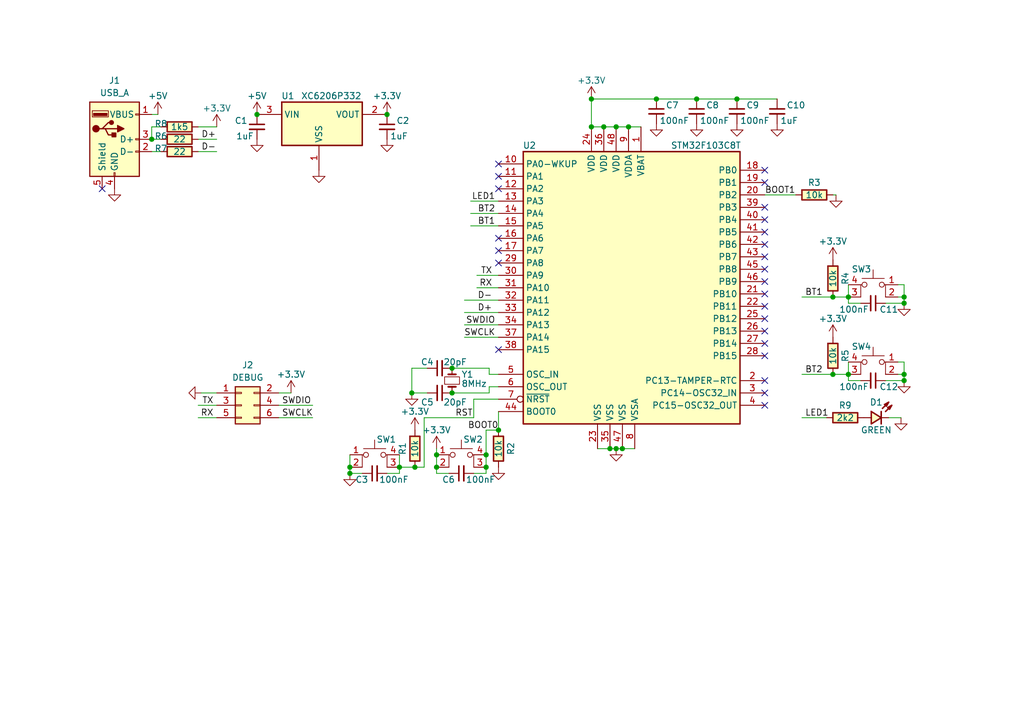
<source format=kicad_sch>
(kicad_sch (version 20230121) (generator eeschema)
  (paper "A5")
  (title_block (title "passkey") (date "$date$") (rev "$version$.$revision$") (company "CuVoodoo") (comment 1 "King Kévin") (comment 2 "CERN-OHL-S") (comment 3 "credential typer"))
  (lib_symbols
    (symbol "Connector:USB_A" (pin_names (offset 1.016))
      (property "Reference" "J" (at -5.08 11.43 0))
      (property "Value" "USB_A" (at -5.08 8.89 0))
      (symbol "USB_A_0_1"
        (rectangle (start -5.08 -7.62) (end 5.08 7.62) (stroke (width 0.254)) (fill (type background)))
        (circle (center -3.81 2.159) (radius 0.635) (stroke (width 0.254)) (fill (type outline)))
        (rectangle (start -1.524 4.826) (end -4.318 5.334) (fill (type outline)))
        (rectangle (start -1.27 4.572) (end -4.572 5.842))
        (circle (center -0.635 3.429) (radius 0.381) (stroke (width 0.254)) (fill (type outline)))
        (rectangle (start -0.127 -7.62) (end 0.127 -6.858))
        (polyline (pts (xy -3.175 2.159) (xy -2.54 2.159) (xy -1.27 3.429) (xy -0.635 3.429)) (stroke (width 0.254)))
        (polyline (pts (xy -2.54 2.159) (xy -1.905 2.159) (xy -1.27 0.889) (xy 0 0.889)) (stroke (width 0.254)))
        (polyline (pts (xy 0.635 2.794) (xy 0.635 1.524) (xy 1.905 2.159) (xy 0.635 2.794)) (stroke (width 0.254)) (fill (type outline)))
        (rectangle (start 0.254 1.27) (end -0.508 0.508) (stroke (width 0.254)) (fill (type outline)))
        (rectangle (start 5.08 -2.667) (end 4.318 -2.413))
        (rectangle (start 5.08 -0.127) (end 4.318 0.127))
        (rectangle (start 5.08 4.953) (end 4.318 5.207))
      )
      (symbol "USB_A_1_1"
        (polyline (pts (xy -1.905 2.159) (xy 0.635 2.159)) (stroke (width 0.254)))
        (pin power_in line (at 7.62 5.08 180) (length 2.54) (name "VBUS") (number "1"))
        (pin bidirectional line (at 7.62 -2.54 180) (length 2.54) (name "D-") (number "2"))
        (pin bidirectional line (at 7.62 0 180) (length 2.54) (name "D+") (number "3"))
        (pin power_in line (at 0 -10.16 90) (length 2.54) (name "GND") (number "4"))
        (pin passive line (at -2.54 -10.16 90) (length 2.54) (name "Shield") (number "5"))
      )
    )
    (symbol "Connector_Generic:Conn_02x03_Odd_Even" (pin_names (offset 1.016) hide)
      (property "Reference" "J" (at 1.27 5.08 0))
      (property "Value" "Conn_02x03_Odd_Even" (at 1.27 -5.08 0))
      (symbol "Conn_02x03_Odd_Even_1_1"
        (rectangle (start -1.27 -2.413) (end 0 -2.667) (stroke (width 0.1524)))
        (rectangle (start -1.27 0.127) (end 0 -0.127) (stroke (width 0.1524)))
        (rectangle (start -1.27 2.667) (end 0 2.413) (stroke (width 0.1524)))
        (rectangle (start -1.27 3.81) (end 3.81 -3.81) (stroke (width 0.254)) (fill (type background)))
        (rectangle (start 3.81 -2.413) (end 2.54 -2.667) (stroke (width 0.1524)))
        (rectangle (start 3.81 0.127) (end 2.54 -0.127) (stroke (width 0.1524)))
        (rectangle (start 3.81 2.667) (end 2.54 2.413) (stroke (width 0.1524)))
        (pin passive line (at -5.08 2.54 0) (length 3.81) (name "Pin_1") (number "1"))
        (pin passive line (at 7.62 2.54 180) (length 3.81) (name "Pin_2") (number "2"))
        (pin passive line (at -5.08 0 0) (length 3.81) (name "Pin_3") (number "3"))
        (pin passive line (at 7.62 0 180) (length 3.81) (name "Pin_4") (number "4"))
        (pin passive line (at -5.08 -2.54 0) (length 3.81) (name "Pin_5") (number "5"))
        (pin passive line (at 7.62 -2.54 180) (length 3.81) (name "Pin_6") (number "6"))
      )
    )
    (symbol "GND_1" (power) (pin_names (offset 0))
      (property "Value" "GND_1" (at 0 -3.81 0))
      (symbol "GND_1_0_1"
        (polyline (pts (xy 0 0) (xy 0 -1.27) (xy 1.27 -1.27) (xy 0 -2.54) (xy -1.27 -1.27) (xy 0 -1.27)))
      )
      (symbol "GND_1_1_1"
        (pin power_in line (at 0 0 270) (length 0) hide (name "GND") (number "1"))
      )
    )
    (symbol "partdb:LED/KT-0805G" (pin_numbers hide) (pin_names hide)
      (property "Reference" "D" (at 0 2.032 0))
      (property "Value" "LED0805" (at 0 -2.032 0))
      (symbol "LED/KT-0805G_1_1"
        (polyline (pts (xy 1.016 1.27) (xy 1.016 -1.27)) (stroke (width 0.305)))
        (polyline (pts (xy 1.27 1.905) (xy 2.54 3.175)) (stroke (width 0.305)))
        (polyline (pts (xy 1.905 1.27) (xy 3.175 2.54)) (stroke (width 0.305)))
        (polyline (pts (xy -1.016 1.27) (xy 1.016 0) (xy -1.016 -1.27) (xy -1.016 1.27)) (stroke (width 0.305)) (fill (type background)))
        (polyline (pts (xy 1.725 2.72) (xy 2.54 3.175) (xy 2.085 2.36) (xy 1.725 2.72)) (stroke (width 0.305)) (fill (type outline)))
        (polyline (pts (xy 2.36 2.085) (xy 3.175 2.54) (xy 2.72 1.725) (xy 2.36 2.085)) (stroke (width 0.305)) (fill (type outline)))
        (pin passive line (at 2.54 0 180) (length 1.524) (name "C") (number "1"))
        (pin passive line (at -2.54 0 0) (length 1.524) (name "A") (number "2"))
      )
    )
    (symbol "partdb:MCU/STM32F103C8T6"
      (property "Reference" "U" (at 0 0.762 0))
      (property "Value" "STM32F103x8" (at 23.622 -56.642 0))
      (symbol "MCU/STM32F103C8T6_1_1"
        (rectangle (start 0 0) (end 44.45 -55.88) (stroke (width 0.305)) (fill (type background)))
        (pin power_in line (at 24.13 5.08 270) (length 5.08) (name "VBAT") (number "1"))
        (pin unspecified line (at -5.08 -2.54 0) (length 5.08) (name "PA0-WKUP") (number "10"))
        (pin bidirectional line (at -5.08 -5.08 0) (length 5.08) (name "PA1") (number "11"))
        (pin bidirectional line (at -5.08 -7.62 0) (length 5.08) (name "PA2") (number "12"))
        (pin bidirectional line (at -5.08 -10.16 0) (length 5.08) (name "PA3") (number "13"))
        (pin bidirectional line (at -5.08 -12.7 0) (length 5.08) (name "PA4") (number "14"))
        (pin bidirectional line (at -5.08 -15.24 0) (length 5.08) (name "PA5") (number "15"))
        (pin bidirectional line (at -5.08 -17.78 0) (length 5.08) (name "PA6") (number "16"))
        (pin bidirectional line (at -5.08 -20.32 0) (length 5.08) (name "PA7") (number "17"))
        (pin bidirectional line (at 49.53 -3.81 180) (length 5.08) (name "PB0") (number "18"))
        (pin bidirectional line (at 49.53 -6.35 180) (length 5.08) (name "PB1") (number "19"))
        (pin bidirectional line (at 49.53 -46.99 180) (length 5.08) (name "PC13-TAMPER-RTC") (number "2"))
        (pin bidirectional line (at 49.53 -8.89 180) (length 5.08) (name "PB2") (number "20"))
        (pin bidirectional line (at 49.53 -29.21 180) (length 5.08) (name "PB10") (number "21"))
        (pin bidirectional line (at 49.53 -31.75 180) (length 5.08) (name "PB11") (number "22"))
        (pin power_in line (at 15.24 -60.96 90) (length 5.08) (name "VSS") (number "23"))
        (pin power_in line (at 13.97 5.08 270) (length 5.08) (name "VDD") (number "24"))
        (pin bidirectional line (at 49.53 -34.29 180) (length 5.08) (name "PB12") (number "25"))
        (pin bidirectional line (at 49.53 -36.83 180) (length 5.08) (name "PB13") (number "26"))
        (pin bidirectional line (at 49.53 -39.37 180) (length 5.08) (name "PB14") (number "27"))
        (pin bidirectional line (at 49.53 -41.91 180) (length 5.08) (name "PB15") (number "28"))
        (pin bidirectional line (at -5.08 -22.86 0) (length 5.08) (name "PA8") (number "29"))
        (pin bidirectional line (at 49.53 -49.53 180) (length 5.08) (name "PC14-OSC32_IN") (number "3"))
        (pin bidirectional line (at -5.08 -25.4 0) (length 5.08) (name "PA9") (number "30"))
        (pin bidirectional line (at -5.08 -27.94 0) (length 5.08) (name "PA10") (number "31"))
        (pin bidirectional line (at -5.08 -30.48 0) (length 5.08) (name "PA11") (number "32"))
        (pin bidirectional line (at -5.08 -33.02 0) (length 5.08) (name "PA12") (number "33"))
        (pin bidirectional line (at -5.08 -35.56 0) (length 5.08) (name "PA13") (number "34"))
        (pin power_in line (at 17.78 -60.96 90) (length 5.08) (name "VSS") (number "35"))
        (pin power_in line (at 16.51 5.08 270) (length 5.08) (name "VDD") (number "36"))
        (pin bidirectional line (at -5.08 -38.1 0) (length 5.08) (name "PA14") (number "37"))
        (pin bidirectional line (at -5.08 -40.64 0) (length 5.08) (name "PA15") (number "38"))
        (pin bidirectional line (at 49.53 -11.43 180) (length 5.08) (name "PB3") (number "39"))
        (pin bidirectional line (at 49.53 -52.07 180) (length 5.08) (name "PC15-OSC32_OUT") (number "4"))
        (pin bidirectional line (at 49.53 -13.97 180) (length 5.08) (name "PB4") (number "40"))
        (pin bidirectional line (at 49.53 -16.51 180) (length 5.08) (name "PB5") (number "41"))
        (pin bidirectional line (at 49.53 -19.05 180) (length 5.08) (name "PB6") (number "42"))
        (pin bidirectional line (at 49.53 -21.59 180) (length 5.08) (name "PB7") (number "43"))
        (pin input line (at -5.08 -53.34 0) (length 5.08) (name "BOOT0") (number "44"))
        (pin bidirectional line (at 49.53 -24.13 180) (length 5.08) (name "PB8") (number "45"))
        (pin bidirectional line (at 49.53 -26.67 180) (length 5.08) (name "PB9") (number "46"))
        (pin power_in line (at 20.32 -60.96 90) (length 5.08) (name "VSS") (number "47"))
        (pin power_in line (at 19.05 5.08 270) (length 5.08) (name "VDD") (number "48"))
        (pin passive line (at -5.08 -45.72 0) (length 5.08) (name "OSC_IN") (number "5"))
        (pin passive line (at -5.08 -48.26 0) (length 5.08) (name "OSC_OUT") (number "6"))
        (pin input inverted (at -5.08 -50.8 0) (length 5.08) (name "~{NRST}") (number "7"))
        (pin power_in line (at 22.86 -60.96 90) (length 5.08) (name "VSSA") (number "8"))
        (pin power_in line (at 21.59 5.08 270) (length 5.08) (name "VDDA") (number "9"))
      )
    )
    (symbol "partdb:button/TS-1187A-B-A-B" (pin_names (offset 1.016) hide)
      (property "Reference" "SW" (at 0.635 5.715 0))
      (property "Value" "SW_MEC_5E" (at 0 -3.175 0))
      (symbol "button/TS-1187A-B-A-B_0_1"
        (circle (center -1.778 2.54) (radius 0.508))
        (polyline (pts (xy -2.286 3.81) (xy 2.286 3.81)))
        (polyline (pts (xy 0 3.81) (xy 0 5.588)))
        (polyline (pts (xy -2.54 0) (xy -2.54 2.54) (xy -2.286 2.54)))
        (polyline (pts (xy 2.54 0) (xy 2.54 2.54) (xy 2.286 2.54)))
        (circle (center 1.778 2.54) (radius 0.508))
        (pin passive line (at -5.08 2.54 0) (length 2.54) (name "1") (number "1"))
        (pin passive line (at -5.08 0 0) (length 2.54) (name "2") (number "2"))
        (pin passive line (at 5.08 0 180) (length 2.54) (name "K") (number "3"))
        (pin passive line (at 5.08 2.54 180) (length 2.54) (name "A") (number "4"))
      )
    )
    (symbol "partdb:capacitor/C0603 0.1uF 50V" (pin_numbers hide) (pin_names (offset 0.254) hide)
      (property "Reference" "C" (at 0.254 1.778 0))
      (property "Value" "C_Small" (at 0.254 -2.032 0))
      (symbol "capacitor/C0603 0.1uF 50V_0_1"
        (polyline (pts (xy -1.524 -0.508) (xy 1.524 -0.508)) (stroke (width 0.3302)))
        (polyline (pts (xy -1.524 0.508) (xy 1.524 0.508)) (stroke (width 0.3048)))
      )
      (symbol "capacitor/C0603 0.1uF 50V_1_1"
        (pin passive line (at 0 2.54 270) (length 2.032) (name "~") (number "1"))
        (pin passive line (at 0 -2.54 90) (length 2.032) (name "~") (number "2"))
      )
    )
    (symbol "partdb:capacitor/C0603 20pF" (pin_numbers hide) (pin_names (offset 0.254) hide)
      (property "Reference" "C" (at 0.254 1.778 0))
      (property "Value" "C_Small" (at 0.254 -2.032 0))
      (symbol "capacitor/C0603 20pF_0_1"
        (polyline (pts (xy -1.524 -0.508) (xy 1.524 -0.508)) (stroke (width 0.3302)))
        (polyline (pts (xy -1.524 0.508) (xy 1.524 0.508)) (stroke (width 0.3048)))
      )
      (symbol "capacitor/C0603 20pF_1_1"
        (pin passive line (at 0 2.54 270) (length 2.032) (name "~") (number "1"))
        (pin passive line (at 0 -2.54 90) (length 2.032) (name "~") (number "2"))
      )
    )
    (symbol "partdb:capacitor/CL10A105KB8NNNC" (pin_numbers hide) (pin_names (offset 0.254) hide)
      (property "Reference" "C" (at 0.254 1.778 0))
      (property "Value" "C_Small" (at 0.254 -2.032 0))
      (symbol "capacitor/CL10A105KB8NNNC_0_1"
        (polyline (pts (xy -1.524 -0.508) (xy 1.524 -0.508)) (stroke (width 0.3302)))
        (polyline (pts (xy -1.524 0.508) (xy 1.524 0.508)) (stroke (width 0.3048)))
      )
      (symbol "capacitor/CL10A105KB8NNNC_1_1"
        (pin passive line (at 0 2.54 270) (length 2.032) (name "~") (number "1"))
        (pin passive line (at 0 -2.54 90) (length 2.032) (name "~") (number "2"))
      )
    )
    (symbol "partdb:oscillator/X50328MSB2GI" (pin_numbers hide) (pin_names (offset 1.016) hide)
      (property "Reference" "Y" (at 0 2.54 0))
      (property "Value" "Crystal_Small" (at 0 -2.54 0))
      (symbol "oscillator/X50328MSB2GI_0_1"
        (rectangle (start -0.762 -1.524) (end 0.762 1.524))
        (polyline (pts (xy -1.27 -0.762) (xy -1.27 0.762)) (stroke (width 0.381)))
        (polyline (pts (xy 1.27 -0.762) (xy 1.27 0.762)) (stroke (width 0.381)))
      )
      (symbol "oscillator/X50328MSB2GI_1_1"
        (pin passive line (at -2.54 0 0) (length 1.27) (name "1") (number "1"))
        (pin passive line (at 2.54 0 180) (length 1.27) (name "2") (number "2"))
      )
    )
    (symbol "partdb:resistor/0603WAF1002T5E" (pin_numbers hide) (pin_names hide)
      (property "Reference" "R" (at 0 1.778 0))
      (property "Value" "R0603" (at 0 -1.778 0))
      (symbol "resistor/0603WAF1002T5E_1_1"
        (rectangle (start -2.54 1.016) (end 2.54 -1.016) (stroke (width 0.305)) (fill (type background)))
        (pin passive line (at -3.81 0 0) (length 1.27) (name "L") (number "1"))
        (pin passive line (at 3.81 0 180) (length 1.27) (name "R") (number "2"))
      )
    )
    (symbol "partdb:resistor/0603WAF2201T5E" (pin_numbers hide) (pin_names hide)
      (property "Reference" "R" (at 0 1.778 0))
      (property "Value" "R0603" (at 0 -1.778 0))
      (symbol "resistor/0603WAF2201T5E_1_1"
        (rectangle (start -2.54 1.016) (end 2.54 -1.016) (stroke (width 0.305)) (fill (type background)))
        (pin passive line (at -3.81 0 0) (length 1.27) (name "L") (number "1"))
        (pin passive line (at 3.81 0 180) (length 1.27) (name "R") (number "2"))
      )
    )
    (symbol "partdb:resistor/R0603 1.5K 1%" (pin_numbers hide) (pin_names hide)
      (property "Reference" "R" (at 0 1.778 0))
      (property "Value" "R0603" (at 0 -1.778 0))
      (symbol "resistor/R0603 1.5K 1%_1_1"
        (rectangle (start -2.54 1.016) (end 2.54 -1.016) (stroke (width 0.305)) (fill (type background)))
        (pin passive line (at -3.81 0 0) (length 1.27) (name "L") (number "1"))
        (pin passive line (at 3.81 0 180) (length 1.27) (name "R") (number "2"))
      )
    )
    (symbol "partdb:resistor/R0603 22" (pin_numbers hide) (pin_names hide)
      (property "Reference" "R" (at 0 1.778 0))
      (property "Value" "R0603" (at 0 -1.778 0))
      (symbol "resistor/R0603 22_1_1"
        (rectangle (start -2.54 1.016) (end 2.54 -1.016) (stroke (width 0.305)) (fill (type background)))
        (pin passive line (at -3.81 0 0) (length 1.27) (name "L") (number "1"))
        (pin passive line (at 3.81 0 180) (length 1.27) (name "R") (number "2"))
      )
    )
    (symbol "partdb:voltage regulator/XC6206P332MR"
      (property "Reference" "U" (at 8.255 0.762 0))
      (property "Value" "XC6206" (at 8.382 -9.652 0))
      (symbol "voltage regulator/XC6206P332MR_1_1"
        (rectangle (start 0 0) (end 16.51 -8.89) (stroke (width 0.305)) (fill (type background)))
        (pin power_in line (at 7.62 -13.97 90) (length 5.08) (name "VSS") (number "1"))
        (pin unspecified line (at 21.59 -2.54 180) (length 5.08) (name "VOUT") (number "2"))
        (pin power_in line (at -5.08 -2.54 0) (length 5.08) (name "VIN") (number "3"))
      )
    )
    (symbol "power:+3.3V" (power) (pin_names (offset 0))
      (property "Value" "+3.3V" (at 0 3.556 0))
      (symbol "+3.3V_0_1"
        (polyline (pts (xy -0.762 1.27) (xy 0 2.54)))
        (polyline (pts (xy 0 0) (xy 0 2.54)))
        (polyline (pts (xy 0 2.54) (xy 0.762 1.27)))
      )
      (symbol "+3.3V_1_1"
        (pin power_in line (at 0 0 90) (length 0) hide (name "+3.3V") (number "1"))
      )
    )
    (symbol "power:+5V" (power) (pin_names (offset 0))
      (property "Value" "+5V" (at 0 3.556 0))
      (symbol "+5V_0_1"
        (polyline (pts (xy -0.762 1.27) (xy 0 2.54)))
        (polyline (pts (xy 0 0) (xy 0 2.54)))
        (polyline (pts (xy 0 2.54) (xy 0.762 1.27)))
      )
      (symbol "+5V_1_1"
        (pin power_in line (at 0 0 90) (length 0) hide (name "+5V") (number "1"))
      )
    )
    (symbol "power:GND" (power) (pin_names (offset 0))
      (property "Value" "GND" (at 0 -3.81 0))
      (symbol "GND_0_1"
        (polyline (pts (xy 0 0) (xy 0 -1.27) (xy 1.27 -1.27) (xy 0 -2.54) (xy -1.27 -1.27) (xy 0 -1.27)))
      )
      (symbol "GND_1_1"
        (pin power_in line (at 0 0 270) (length 0) hide (name "GND") (number "1"))
      )
    )
  )
  (junction (at 79.375 23.495))
  (junction (at 85.09 95.885))
  (junction (at 121.285 26.035))
  (junction (at 123.825 26.035))
  (junction (at 185.42 78.105))
  (junction (at 81.915 95.885))
  (junction (at 31.115 28.575))
  (junction (at 99.695 93.345))
  (junction (at 71.755 95.885))
  (junction (at 89.535 93.345))
  (junction (at 126.365 92.075))
  (junction (at 128.905 26.035))
  (junction (at 134.62 20.32))
  (junction (at 170.815 60.96))
  (junction (at 173.99 76.835))
  (junction (at 92.71 80.645))
  (junction (at 185.42 62.23))
  (junction (at 142.875 20.32))
  (junction (at 185.42 60.96))
  (junction (at 173.99 60.96))
  (junction (at 185.42 76.835))
  (junction (at 52.705 23.495))
  (junction (at 99.695 95.885))
  (junction (at 127.635 92.075))
  (junction (at 125.095 92.075))
  (junction (at 84.455 80.645))
  (junction (at 170.815 76.835))
  (junction (at 151.13 20.32))
  (junction (at 92.71 75.565))
  (junction (at 89.535 95.885))
  (junction (at 71.755 97.155))
  (junction (at 102.235 88.265))
  (junction (at 126.365 26.035))
  (junction (at 121.285 20.32))
  (no_connect (at 156.845 80.645))
  (no_connect (at 156.845 47.625))
  (no_connect (at 156.845 57.785))
  (no_connect (at 102.235 33.655))
  (no_connect (at 156.845 67.945))
  (no_connect (at 102.235 38.735))
  (no_connect (at 102.235 51.435))
  (no_connect (at 156.845 42.545))
  (no_connect (at 156.845 34.925))
  (no_connect (at 156.845 55.245))
  (no_connect (at 156.845 65.405))
  (no_connect (at 102.235 71.755))
  (no_connect (at 156.845 37.465))
  (no_connect (at 156.845 45.085))
  (no_connect (at 156.845 70.485))
  (no_connect (at 102.235 36.195))
  (no_connect (at 156.845 52.705))
  (no_connect (at 156.845 60.325))
  (no_connect (at 156.845 73.025))
  (no_connect (at 20.955 38.735))
  (no_connect (at 156.845 50.165))
  (no_connect (at 102.235 48.895))
  (no_connect (at 102.235 53.975))
  (no_connect (at 156.845 78.105))
  (no_connect (at 156.845 62.865))
  (no_connect (at 156.845 83.185))
  (wire (pts (xy 74.295 97.155) (xy 71.755 97.155)))
  (wire (pts (xy 81.915 97.155) (xy 81.915 95.885)))
  (wire (pts (xy 99.695 88.265) (xy 102.235 88.265)))
  (wire (pts (xy 173.99 58.42) (xy 173.99 60.96)))
  (wire (pts (xy 173.99 74.295) (xy 173.99 76.835)))
  (wire (pts (xy 156.845 40.005) (xy 163.195 40.005)))
  (wire (pts (xy 89.535 92.075) (xy 89.535 93.345)))
  (wire (pts (xy 173.99 76.835) (xy 170.815 76.835)))
  (wire (pts (xy 131.445 26.035) (xy 128.905 26.035)))
  (wire (pts (xy 40.64 28.575) (xy 44.45 28.575)))
  (wire (pts (xy 96.52 43.815) (xy 102.235 43.815)))
  (wire (pts (xy 97.79 59.055) (xy 102.235 59.055)))
  (wire (pts (xy 185.42 58.42) (xy 184.15 58.42)))
  (wire (pts (xy 164.465 60.96) (xy 170.815 60.96)))
  (wire (pts (xy 71.755 97.155) (xy 71.755 95.885)))
  (wire (pts (xy 97.155 85.725) (xy 86.995 85.725)))
  (wire (pts (xy 84.455 80.645) (xy 87.63 80.645)))
  (wire (pts (xy 44.45 26.035) (xy 40.64 26.035)))
  (wire (pts (xy 96.52 41.275) (xy 102.235 41.275)))
  (wire (pts (xy 99.695 97.155) (xy 99.695 95.885)))
  (wire (pts (xy 95.25 64.135) (xy 102.235 64.135)))
  (wire (pts (xy 40.64 83.185) (xy 44.45 83.185)))
  (wire (pts (xy 31.115 31.115) (xy 33.02 31.115)))
  (wire (pts (xy 33.02 26.035) (xy 31.115 26.035)))
  (wire (pts (xy 126.365 92.075) (xy 127.635 92.075)))
  (wire (pts (xy 92.71 75.565) (xy 100.33 75.565)))
  (wire (pts (xy 86.995 95.885) (xy 86.995 85.725)))
  (wire (pts (xy 40.64 31.115) (xy 44.45 31.115)))
  (wire (pts (xy 185.42 58.42) (xy 185.42 60.96)))
  (wire (pts (xy 97.155 97.155) (xy 99.695 97.155)))
  (wire (pts (xy 41.275 80.645) (xy 44.45 80.645)))
  (wire (pts (xy 121.285 26.035) (xy 121.285 20.32)))
  (wire (pts (xy 125.095 92.075) (xy 126.365 92.075)))
  (wire (pts (xy 97.79 56.515) (xy 102.235 56.515)))
  (wire (pts (xy 95.25 66.675) (xy 102.235 66.675)))
  (wire (pts (xy 176.53 78.105) (xy 173.99 78.105)))
  (wire (pts (xy 99.695 93.345) (xy 99.695 95.885)))
  (wire (pts (xy 59.69 80.645) (xy 57.15 80.645)))
  (wire (pts (xy 100.33 75.565) (xy 100.33 76.835)))
  (wire (pts (xy 128.905 26.035) (xy 126.365 26.035)))
  (wire (pts (xy 185.42 74.295) (xy 184.15 74.295)))
  (wire (pts (xy 71.755 93.345) (xy 71.755 95.885)))
  (wire (pts (xy 151.13 20.32) (xy 159.385 20.32)))
  (wire (pts (xy 84.455 75.565) (xy 84.455 80.645)))
  (wire (pts (xy 126.365 26.035) (xy 123.825 26.035)))
  (wire (pts (xy 171.45 40.005) (xy 170.815 40.005)))
  (wire (pts (xy 95.25 61.595) (xy 102.235 61.595)))
  (wire (pts (xy 173.99 62.23) (xy 173.99 60.96)))
  (wire (pts (xy 181.61 62.23) (xy 185.42 62.23)))
  (wire (pts (xy 92.075 97.155) (xy 89.535 97.155)))
  (wire (pts (xy 121.285 20.32) (xy 134.62 20.32)))
  (wire (pts (xy 176.53 62.23) (xy 173.99 62.23)))
  (wire (pts (xy 97.155 81.915) (xy 97.155 85.725)))
  (wire (pts (xy 31.115 28.575) (xy 33.02 28.575)))
  (wire (pts (xy 185.42 78.105) (xy 185.42 76.835)))
  (wire (pts (xy 181.61 78.105) (xy 185.42 78.105)))
  (wire (pts (xy 185.42 74.295) (xy 185.42 76.835)))
  (wire (pts (xy 173.99 60.96) (xy 170.815 60.96)))
  (wire (pts (xy 100.33 76.835) (xy 102.235 76.835)))
  (wire (pts (xy 100.33 79.375) (xy 100.33 80.645)))
  (wire (pts (xy 99.695 93.345) (xy 99.695 88.265)))
  (wire (pts (xy 100.33 80.645) (xy 92.71 80.645)))
  (wire (pts (xy 142.875 20.32) (xy 151.13 20.32)))
  (wire (pts (xy 85.09 95.885) (xy 86.995 95.885)))
  (wire (pts (xy 173.99 78.105) (xy 173.99 76.835)))
  (wire (pts (xy 102.235 81.915) (xy 97.155 81.915)))
  (wire (pts (xy 123.825 26.035) (xy 121.285 26.035)))
  (wire (pts (xy 89.535 97.155) (xy 89.535 95.885)))
  (wire (pts (xy 164.465 85.725) (xy 169.545 85.725)))
  (wire (pts (xy 127.635 92.075) (xy 130.175 92.075)))
  (wire (pts (xy 87.63 75.565) (xy 84.455 75.565)))
  (wire (pts (xy 95.25 69.215) (xy 102.235 69.215)))
  (wire (pts (xy 185.42 76.835) (xy 184.15 76.835)))
  (wire (pts (xy 102.235 88.265) (xy 102.235 84.455)))
  (wire (pts (xy 32.385 23.495) (xy 31.115 23.495)))
  (wire (pts (xy 185.42 62.23) (xy 185.42 60.96)))
  (wire (pts (xy 182.245 85.725) (xy 184.785 85.725)))
  (wire (pts (xy 102.235 79.375) (xy 100.33 79.375)))
  (wire (pts (xy 64.135 83.185) (xy 57.15 83.185)))
  (wire (pts (xy 185.42 60.96) (xy 184.15 60.96)))
  (wire (pts (xy 79.375 97.155) (xy 81.915 97.155)))
  (wire (pts (xy 134.62 20.32) (xy 142.875 20.32)))
  (wire (pts (xy 64.135 85.725) (xy 57.15 85.725)))
  (wire (pts (xy 81.915 93.345) (xy 81.915 95.885)))
  (wire (pts (xy 40.64 85.725) (xy 44.45 85.725)))
  (wire (pts (xy 164.465 76.835) (xy 170.815 76.835)))
  (wire (pts (xy 89.535 93.345) (xy 89.535 95.885)))
  (wire (pts (xy 31.115 26.035) (xy 31.115 28.575)))
  (wire (pts (xy 81.915 95.885) (xy 85.09 95.885)))
  (wire (pts (xy 122.555 92.075) (xy 125.095 92.075)))
  (wire (pts (xy 96.52 46.355) (xy 102.235 46.355)))
  (label "BOOT0" (at 102.235 88.265 180))
  (label "RX" (at 100.965 59.055 180))
  (label "SWDIO" (at 101.6 66.675 180))
  (label "D-" (at 41.275 31.115 0))
  (label "LED1" (at 101.6 41.275 180))
  (label "D+" (at 100.965 64.135 180))
  (label "SWCLK" (at 101.6 69.215 180))
  (label "D-" (at 100.965 61.595 180))
  (label "BT1" (at 165.1 60.96 0))
  (label "BOOT1" (at 156.845 40.005 0))
  (label "BT2" (at 165.1 76.835 0))
  (label "BT1" (at 101.6 46.355 180))
  (label "SWCLK" (at 57.785 85.725 0))
  (label "RX" (at 43.815 85.725 180))
  (label "BT2" (at 101.6 43.815 180))
  (label "D+" (at 41.275 28.575 0))
  (label "RST" (at 93.345 85.725 0))
  (label "LED1" (at 165.1 85.725 0))
  (label "SWDIO" (at 57.785 83.185 0))
  (label "TX" (at 100.965 56.515 180))
  (label "TX" (at 43.815 83.185 180))
  (symbol (lib_id "power:GND") (at 52.705 28.575 0) (unit 1)
    (property "Reference" "#PWR03" (effects hide))
    (property "Value" "GND" (effects hide))
  )
  (symbol (lib_id "partdb:capacitor/C0603 0.1uF 50V") (at 179.07 78.105 270) (unit 1)
    (property "Reference" "C12" (at 180.34 79.375 90) (effects (justify left)))
    (property "Value" "100nF" (at 172.085 79.375 90) (effects (justify left)))
    (property "Footprint" "qeda:CAPC1608X92N" (effects hide))
    (property "Description" "100nF ±20% 50V X7R" (effects hide))
    (property "qeda_part" "capacitor/c0603" (effects hide))
    (property "JLCPCB_CORRECTION" "0;0;-90" (effects hide))
    (property "LCSC" "C108097" (effects hide))
    (property "JLCPCB" "C14663" (effects hide))
  )
  (symbol (lib_id "partdb:capacitor/C0603 20pF") (at 90.17 80.645 270) (mirror x) (unit 1)
    (property "Reference" "C5" (at 87.63 82.55 90))
    (property "Value" "20pF" (at 93.345 82.55 90))
    (property "Footprint" "qeda:CAPC1608X92N" (effects hide))
    (property "Description" "20pF 50V C0G ±10%" (effects hide))
    (property "qeda_part" "capacitor/c0603" (effects hide))
    (property "JLCPCB_CORRECTION" "0;0;-90" (effects hide))
    (property "LCSC" "C713506" (effects hide))
    (property "JLCPCB" "C1648" (effects hide))
  )
  (symbol (lib_id "power:+5V") (at 32.385 23.495 0) (unit 1)
    (property "Reference" "#PWR025" (effects hide))
    (property "Value" "+5V" (at 32.385 19.685 0))
  )
  (symbol (lib_id "partdb:LED/KT-0805G") (at 179.705 85.725 0) (unit 1)
    (property "Reference" "D1" (at 179.705 82.55 0))
    (property "Value" "GREEN" (at 179.705 88.265 0))
    (property "Footprint" "qeda:UPC2012X80N" (effects hide))
    (property "Datasheet" "https://datasheet.lcsc.com/lcsc/1806151820_Hubei-KENTO-Elec-KT-0805G_C2297.pdf" (effects hide))
    (property "Description" "LED 0805 green" (effects hide))
    (property "qeda_part" "diode/led0805" (effects hide))
    (property "JLCPCB_CORRECTION" "0;0;-90" (effects hide))
    (property "LCSC" "C2297" (effects hide))
    (property "JLCPCB" "C2297" (effects hide))
  )
  (symbol (lib_id "power:GND") (at 126.365 92.075 0) (unit 1)
    (property "Reference" "#PWR015" (effects hide))
    (property "Value" "GND" (effects hide))
  )
  (symbol (lib_id "power:GND") (at 159.385 25.4 0) (unit 1)
    (property "Reference" "#PWR019" (effects hide))
    (property "Value" "GND" (effects hide))
  )
  (symbol (lib_id "power:+3.3V") (at 170.815 53.34 0) (mirror y) (unit 1)
    (property "Reference" "#PWR020" (effects hide))
    (property "Value" "+3.3V" (at 170.815 49.53 0))
  )
  (symbol (lib_id "partdb:capacitor/CL10A105KB8NNNC") (at 79.375 26.035 0) (unit 1)
    (property "Reference" "C2" (at 81.28 24.765 0) (effects (justify left)))
    (property "Value" "1uF" (at 80.01 27.94 0) (effects (justify left)))
    (property "Footprint" "qeda:CAPC1608X92N" (effects hide))
    (property "Datasheet" "https://datasheet.lcsc.com/lcsc/2304140030_Samsung-Electro-Mechanics-CL10A105KB8NNNC_C15849.pdf" (effects hide))
    (property "Description" "C0603 1uF 50V" (effects hide))
    (property "qeda_part" "capacitor/c0603" (effects hide))
    (property "JLCPCB_CORRECTION" "0;0;-90" (effects hide))
    (property "JLCPCB" "C15849" (effects hide))
  )
  (symbol (lib_id "partdb:voltage regulator/XC6206P332MR") (at 57.785 20.955 0) (unit 1)
    (property "Reference" "U1" (at 59.055 19.685 0))
    (property "Value" "XC6206P332" (at 67.945 19.685 0))
    (property "Footprint" "qeda:SOT95P280X130-3N" (effects hide))
    (property "Datasheet" "https://www.torexsemi.com/file/xc6206/XC6206.pdf" (effects hide))
    (property "Description" "LDO 3.3V 0.2A" (effects hide))
    (property "qeda_part" "vreg/ldo_torex_xc6206" (effects hide))
    (property "qeda_variant" "MR" (effects hide))
    (property "JLCPCB_CORRECTION" "0;0;180" (effects hide))
    (property "JLCPCB" "C5446" (effects hide))
  )
  (symbol (lib_name "GND_1") (lib_id "power:GND") (at 185.42 62.23 0) (mirror y) (unit 1)
    (property "Reference" "#PWR023" (effects hide))
    (property "Value" "GND" (effects hide))
  )
  (symbol (lib_id "partdb:resistor/R0603 22") (at 36.83 31.115 180) (unit 1)
    (property "Reference" "R7" (at 33.02 30.48 0))
    (property "Value" "22" (at 36.83 31.115 0))
    (property "Footprint" "qeda:UC1608X55N" (effects hide))
    (property "Description" "22R 5%" (effects hide))
    (property "qeda_part" "resistor/r0603" (effects hide))
    (property "JLCPCB_CORRECTION" "0;0;-90" (effects hide))
    (property "LCSC" "C384264" (effects hide))
  )
  (symbol (lib_id "partdb:resistor/0603WAF1002T5E") (at 170.815 57.15 270) (mirror x) (unit 1)
    (property "Reference" "R4" (at 173.355 57.15 0))
    (property "Value" "10k" (at 170.815 57.15 0))
    (property "Footprint" "qeda:UC1608X55N" (effects hide))
    (property "Datasheet" "https://datasheet.lcsc.com/lcsc/2206010045_UNI-ROYAL-Uniroyal-Elec-0603WAF1002T5E_C25804.pdf" (effects hide))
    (property "Description" "R0603 10k 1%" (effects hide))
    (property "qeda_part" "resistor/r0603" (effects hide))
    (property "JLCPCB_CORRECTION" "0;0;-90" (effects hide))
    (property "LCSC" "C25804" (effects hide))
  )
  (symbol (lib_id "partdb:capacitor/CL10A105KB8NNNC") (at 159.385 22.86 0) (unit 1)
    (property "Reference" "C10" (at 161.29 21.59 0) (effects (justify left)))
    (property "Value" "1uF" (at 160.02 24.765 0) (effects (justify left)))
    (property "Footprint" "qeda:CAPC1608X92N" (effects hide))
    (property "Datasheet" "https://datasheet.lcsc.com/lcsc/2304140030_Samsung-Electro-Mechanics-CL10A105KB8NNNC_C15849.pdf" (effects hide))
    (property "Description" "C0603 1uF 50V" (effects hide))
    (property "qeda_part" "capacitor/c0603" (effects hide))
    (property "JLCPCB_CORRECTION" "0;0;-90" (effects hide))
    (property "JLCPCB" "C15849" (effects hide))
  )
  (symbol (lib_id "partdb:resistor/0603WAF2201T5E") (at 173.355 85.725 0) (unit 1)
    (property "Reference" "R9" (at 173.355 83.185 0))
    (property "Value" "2k2" (at 173.355 85.725 0))
    (property "Footprint" "qeda:UC1608X55N" (effects hide))
    (property "Datasheet" "https://datasheet.lcsc.com/lcsc/2206010230_UNI-ROYAL-Uniroyal-Elec-0603WAF2201T5E_C4190.pdf" (effects hide))
    (property "Description" "R0603 2.2k 1%" (effects hide))
    (property "qeda_part" "resistor/r0603" (effects hide))
    (property "JLCPCB_CORRECTION" "0;0;-90" (effects hide))
    (property "LCSC" "C4190" (effects hide))
    (property "JLCPCB" "C4190" (effects hide))
  )
  (symbol (lib_id "partdb:capacitor/C0603 0.1uF 50V") (at 151.13 22.86 0) (unit 1)
    (property "Reference" "C9" (at 153.035 21.59 0) (effects (justify left)))
    (property "Value" "100nF" (at 151.765 24.765 0) (effects (justify left)))
    (property "Footprint" "qeda:CAPC1608X92N" (effects hide))
    (property "Description" "100nF ±20% 50V X7R" (effects hide))
    (property "qeda_part" "capacitor/c0603" (effects hide))
    (property "JLCPCB_CORRECTION" "0;0;-90" (effects hide))
    (property "LCSC" "C108097" (effects hide))
    (property "JLCPCB" "C14663" (effects hide))
  )
  (symbol (lib_id "power:GND") (at 142.875 25.4 0) (unit 1)
    (property "Reference" "#PWR017" (effects hide))
    (property "Value" "GND" (effects hide))
  )
  (symbol (lib_id "power:+3.3V") (at 44.45 26.035 0) (unit 1)
    (property "Reference" "#PWR026" (effects hide))
    (property "Value" "+3.3V" (at 44.45 22.225 0))
  )
  (symbol (lib_id "power:GND") (at 134.62 25.4 0) (unit 1)
    (property "Reference" "#PWR016" (effects hide))
    (property "Value" "GND" (effects hide))
  )
  (symbol (lib_id "power:GND") (at 23.495 38.735 0) (unit 1)
    (property "Reference" "#PWR01" (effects hide))
    (property "Value" "GND" (effects hide))
  )
  (symbol (lib_id "Connector_Generic:Conn_02x03_Odd_Even") (at 49.53 83.185 0) (unit 1)
    (property "Reference" "J2" (at 50.8 74.93 0))
    (property "Value" "DEBUG" (at 50.8 77.47 0))
    (property "Footprint" "Connector_PinHeader_2.54mm:PinHeader_2x03_P2.54mm_Vertical" (effects hide))
  )
  (symbol (lib_id "power:GND") (at 171.45 40.005 0) (unit 1)
    (property "Reference" "#PWR022" (effects hide))
    (property "Value" "GND" (effects hide))
  )
  (symbol (lib_id "power:+3.3V") (at 170.815 69.215 0) (mirror y) (unit 1)
    (property "Reference" "#PWR021" (effects hide))
    (property "Value" "+3.3V" (at 170.815 65.405 0))
  )
  (symbol (lib_name "GND_1") (lib_id "power:GND") (at 102.235 95.885 0) (unit 1)
    (property "Reference" "#PWR013" (effects hide))
    (property "Value" "GND" (effects hide))
  )
  (symbol (lib_id "power:GND") (at 84.455 80.645 0) (unit 1)
    (property "Reference" "#PWR010" (effects hide))
    (property "Value" "GND" (effects hide))
  )
  (symbol (lib_id "power:GND") (at 41.275 80.645 270) (unit 1)
    (property "Reference" "#PWR04" (effects hide))
    (property "Value" "GND" (effects hide))
  )
  (symbol (lib_id "power:+3.3V") (at 79.375 23.495 0) (unit 1)
    (property "Reference" "#PWR07" (effects hide))
    (property "Value" "+3.3V" (at 79.375 19.685 0))
  )
  (symbol (lib_name "GND_1") (lib_id "power:GND") (at 184.785 85.725 0) (mirror y) (unit 1)
    (property "Reference" "#PWR027" (effects hide))
    (property "Value" "GND" (effects hide))
  )
  (symbol (lib_id "partdb:resistor/R0603 1.5K 1%") (at 36.83 26.035 0) (unit 1)
    (property "Reference" "R8" (at 33.02 25.4 0))
    (property "Value" "1k5" (at 36.83 26.035 0))
    (property "Footprint" "qeda:UC1608X55N" (effects hide))
    (property "Description" "1.5K 1%" (effects hide))
    (property "qeda_part" "resistor/r0603" (effects hide))
    (property "JLCPCB_CORRECTION" "0;0;-90" (effects hide))
    (property "DigiKey" "311-1.50KHRCT-ND" (effects hide))
  )
  (symbol (lib_id "partdb:capacitor/C0603 0.1uF 50V") (at 134.62 22.86 0) (unit 1)
    (property "Reference" "C7" (at 136.525 21.59 0) (effects (justify left)))
    (property "Value" "100nF" (at 135.255 24.765 0) (effects (justify left)))
    (property "Footprint" "qeda:CAPC1608X92N" (effects hide))
    (property "Description" "100nF ±20% 50V X7R" (effects hide))
    (property "qeda_part" "capacitor/c0603" (effects hide))
    (property "JLCPCB_CORRECTION" "0;0;-90" (effects hide))
    (property "LCSC" "C108097" (effects hide))
    (property "JLCPCB" "C14663" (effects hide))
  )
  (symbol (lib_id "partdb:capacitor/CL10A105KB8NNNC") (at 52.705 26.035 0) (mirror y) (unit 1)
    (property "Reference" "C1" (at 50.8 24.765 0) (effects (justify left)))
    (property "Value" "1uF" (at 52.07 27.94 0) (effects (justify left)))
    (property "Footprint" "qeda:CAPC1608X92N" (effects hide))
    (property "Datasheet" "https://datasheet.lcsc.com/lcsc/2304140030_Samsung-Electro-Mechanics-CL10A105KB8NNNC_C15849.pdf" (effects hide))
    (property "Description" "C0603 1uF 50V" (effects hide))
    (property "qeda_part" "capacitor/c0603" (effects hide))
    (property "JLCPCB_CORRECTION" "0;0;-90" (effects hide))
    (property "JLCPCB" "C15849" (effects hide))
  )
  (symbol (lib_id "partdb:button/TS-1187A-B-A-B") (at 76.835 95.885 0) (unit 1)
    (property "Reference" "SW1" (at 81.28 90.17 0) (effects (justify right)))
    (property "Value" "TS-1187A" (effects hide))
    (property "Footprint" "qeda:MECHANICAL_TS-1187A" (effects hide))
    (property "Datasheet" "https://www.helloxkb.com/public/images/pdf/TS-1187A-X-X-X.pdf" (effects hide))
    (property "Description" "SMD, momentary, 5.1x5.1mm, 50mA@12VDC" (effects hide))
    (property "qeda_part" "mechanical/smd-button_tx-1187a" (effects hide))
    (property "LCSC" "C318884" (effects hide))
    (property "JLCPCB" "C318884" (effects hide))
  )
  (symbol (lib_name "GND_1") (lib_id "power:GND") (at 185.42 78.105 0) (mirror y) (unit 1)
    (property "Reference" "#PWR024" (effects hide))
    (property "Value" "GND" (effects hide))
  )
  (symbol (lib_id "Connector:USB_A") (at 23.495 28.575 0) (unit 1)
    (property "Reference" "J1" (at 23.495 16.51 0))
    (property "Value" "USB_A" (at 23.495 19.05 0))
    (property "Footprint" "qeda:CONNECTOR_USB-A-PLUG" (effects hide))
    (property "Datasheet" " ~" (effects hide))
  )
  (symbol (lib_id "partdb:MCU/STM32F103C8T6") (at 107.315 31.115 0) (unit 1)
    (property "Reference" "U2" (at 108.585 29.845 0))
    (property "Value" "STM32F103C8T" (at 144.78 29.845 0))
    (property "Footprint" "qeda:QFP50P900X900X160-48N" (effects hide))
    (property "Datasheet" "https://www.st.com/resource/en/datasheet/stm32f103c8.pdf" (effects hide))
    (property "qeda_part" "mcu/st_stm32f103xb" (effects hide))
    (property "qeda_variant" "LQFP48" (effects hide))
    (property "LCSC" "C2969777" (effects hide))
    (property "JLCPCB" "C8734" (effects hide))
  )
  (symbol (lib_id "partdb:resistor/0603WAF1002T5E") (at 85.09 92.075 90) (unit 1)
    (property "Reference" "R1" (at 82.55 92.075 0))
    (property "Value" "10k" (at 85.09 92.075 0))
    (property "Footprint" "qeda:UC1608X55N" (effects hide))
    (property "Datasheet" "https://datasheet.lcsc.com/lcsc/2206010045_UNI-ROYAL-Uniroyal-Elec-0603WAF1002T5E_C25804.pdf" (effects hide))
    (property "Description" "R0603 10k 1%" (effects hide))
    (property "qeda_part" "resistor/r0603" (effects hide))
    (property "JLCPCB_CORRECTION" "0;0;-90" (effects hide))
    (property "LCSC" "C25804" (effects hide))
  )
  (symbol (lib_id "partdb:resistor/0603WAF1002T5E") (at 102.235 92.075 270) (mirror x) (unit 1)
    (property "Reference" "R2" (at 104.775 92.075 0))
    (property "Value" "10k" (at 102.235 92.075 0))
    (property "Footprint" "qeda:UC1608X55N" (effects hide))
    (property "Datasheet" "https://datasheet.lcsc.com/lcsc/2206010045_UNI-ROYAL-Uniroyal-Elec-0603WAF1002T5E_C25804.pdf" (effects hide))
    (property "Description" "R0603 10k 1%" (effects hide))
    (property "qeda_part" "resistor/r0603" (effects hide))
    (property "JLCPCB_CORRECTION" "0;0;-90" (effects hide))
    (property "LCSC" "C25804" (effects hide))
  )
  (symbol (lib_id "partdb:oscillator/X50328MSB2GI") (at 92.71 78.105 90) (unit 1)
    (property "Reference" "Y1" (at 94.615 76.835 90) (effects (justify right)))
    (property "Value" "8MHz" (at 94.615 78.74 90) (effects (justify right)))
    (property "Footprint" "qeda:OSCILLATOR_X5032" (effects hide))
    (property "Datasheet" "https://datasheet.lcsc.com/lcsc/2302201101_YXC-X50328MSB2GI_C115962.pdf" (effects hide))
    (property "Description" "crystal 8MHz" (effects hide))
    (property "qeda_part" "oscillator/x5032" (effects hide))
    (property "LCSC" "C115962" (effects hide))
  )
  (symbol (lib_id "partdb:button/TS-1187A-B-A-B") (at 179.07 76.835 0) (mirror y) (unit 1)
    (property "Reference" "SW4" (at 174.625 71.12 0) (effects (justify right)))
    (property "Value" "TS-1187A" (effects hide))
    (property "Footprint" "qeda:MECHANICAL_TS-1187A" (effects hide))
    (property "Datasheet" "https://www.helloxkb.com/public/images/pdf/TS-1187A-X-X-X.pdf" (effects hide))
    (property "Description" "SMD, momentary, 5.1x5.1mm, 50mA@12VDC" (effects hide))
    (property "qeda_part" "mechanical/smd-button_tx-1187a" (effects hide))
    (property "LCSC" "C318884" (effects hide))
    (property "JLCPCB" "C318884" (effects hide))
  )
  (symbol (lib_id "partdb:resistor/0603WAF1002T5E") (at 170.815 73.025 270) (mirror x) (unit 1)
    (property "Reference" "R5" (at 173.355 73.025 0))
    (property "Value" "10k" (at 170.815 73.025 0))
    (property "Footprint" "qeda:UC1608X55N" (effects hide))
    (property "Datasheet" "https://datasheet.lcsc.com/lcsc/2206010045_UNI-ROYAL-Uniroyal-Elec-0603WAF1002T5E_C25804.pdf" (effects hide))
    (property "Description" "R0603 10k 1%" (effects hide))
    (property "qeda_part" "resistor/r0603" (effects hide))
    (property "JLCPCB_CORRECTION" "0;0;-90" (effects hide))
    (property "LCSC" "C25804" (effects hide))
  )
  (symbol (lib_id "partdb:capacitor/C0603 0.1uF 50V") (at 142.875 22.86 0) (unit 1)
    (property "Reference" "C8" (at 144.78 21.59 0) (effects (justify left)))
    (property "Value" "100nF" (at 143.51 24.765 0) (effects (justify left)))
    (property "Footprint" "qeda:CAPC1608X92N" (effects hide))
    (property "Description" "100nF ±20% 50V X7R" (effects hide))
    (property "qeda_part" "capacitor/c0603" (effects hide))
    (property "JLCPCB_CORRECTION" "0;0;-90" (effects hide))
    (property "LCSC" "C108097" (effects hide))
    (property "JLCPCB" "C14663" (effects hide))
  )
  (symbol (lib_id "power:+3.3V") (at 89.535 92.075 0) (unit 1)
    (property "Reference" "#PWR012" (effects hide))
    (property "Value" "+3.3V" (at 89.535 88.265 0))
  )
  (symbol (lib_id "power:+3.3V") (at 59.69 80.645 0) (unit 1)
    (property "Reference" "#PWR06" (effects hide))
    (property "Value" "+3.3V" (at 59.69 76.835 0))
  )
  (symbol (lib_id "partdb:resistor/R0603 22") (at 36.83 28.575 0) (unit 1)
    (property "Reference" "R6" (at 33.02 27.94 0))
    (property "Value" "22" (at 36.83 28.575 0))
    (property "Footprint" "qeda:UC1608X55N" (effects hide))
    (property "Description" "22R 5%" (effects hide))
    (property "qeda_part" "resistor/r0603" (effects hide))
    (property "JLCPCB_CORRECTION" "0;0;-90" (effects hide))
    (property "LCSC" "C384264" (effects hide))
  )
  (symbol (lib_name "GND_1") (lib_id "power:GND") (at 71.755 97.155 0) (unit 1)
    (property "Reference" "#PWR09" (effects hide))
    (property "Value" "GND" (effects hide))
  )
  (symbol (lib_id "partdb:capacitor/C0603 0.1uF 50V") (at 76.835 97.155 90) (mirror x) (unit 1)
    (property "Reference" "C3" (at 75.565 98.425 90) (effects (justify left)))
    (property "Value" "100nF" (at 83.82 98.425 90) (effects (justify left)))
    (property "Footprint" "qeda:CAPC1608X92N" (effects hide))
    (property "Description" "100nF ±20% 50V X7R" (effects hide))
    (property "qeda_part" "capacitor/c0603" (effects hide))
    (property "JLCPCB_CORRECTION" "0;0;-90" (effects hide))
    (property "LCSC" "C108097" (effects hide))
    (property "JLCPCB" "C14663" (effects hide))
  )
  (symbol (lib_id "partdb:button/TS-1187A-B-A-B") (at 94.615 95.885 0) (unit 1)
    (property "Reference" "SW2" (at 99.06 90.17 0) (effects (justify right)))
    (property "Value" "TS-1187A" (effects hide))
    (property "Footprint" "qeda:MECHANICAL_TS-1187A" (effects hide))
    (property "Datasheet" "https://www.helloxkb.com/public/images/pdf/TS-1187A-X-X-X.pdf" (effects hide))
    (property "Description" "SMD, momentary, 5.1x5.1mm, 50mA@12VDC" (effects hide))
    (property "qeda_part" "mechanical/smd-button_tx-1187a" (effects hide))
    (property "LCSC" "C318884" (effects hide))
    (property "JLCPCB" "C318884" (effects hide))
  )
  (symbol (lib_id "power:GND") (at 79.375 28.575 0) (unit 1)
    (property "Reference" "#PWR08" (effects hide))
    (property "Value" "GND" (effects hide))
  )
  (symbol (lib_id "partdb:capacitor/C0603 0.1uF 50V") (at 94.615 97.155 90) (mirror x) (unit 1)
    (property "Reference" "C6" (at 93.345 98.425 90) (effects (justify left)))
    (property "Value" "100nF" (at 101.6 98.425 90) (effects (justify left)))
    (property "Footprint" "qeda:CAPC1608X92N" (effects hide))
    (property "Description" "100nF ±20% 50V X7R" (effects hide))
    (property "qeda_part" "capacitor/c0603" (effects hide))
    (property "JLCPCB_CORRECTION" "0;0;-90" (effects hide))
    (property "LCSC" "C108097" (effects hide))
    (property "JLCPCB" "C14663" (effects hide))
  )
  (symbol (lib_id "partdb:button/TS-1187A-B-A-B") (at 179.07 60.96 0) (mirror y) (unit 1)
    (property "Reference" "SW3" (at 174.625 55.245 0) (effects (justify right)))
    (property "Value" "TS-1187A" (effects hide))
    (property "Footprint" "qeda:MECHANICAL_TS-1187A" (effects hide))
    (property "Datasheet" "https://www.helloxkb.com/public/images/pdf/TS-1187A-X-X-X.pdf" (effects hide))
    (property "Description" "SMD, momentary, 5.1x5.1mm, 50mA@12VDC" (effects hide))
    (property "qeda_part" "mechanical/smd-button_tx-1187a" (effects hide))
    (property "LCSC" "C318884" (effects hide))
    (property "JLCPCB" "C318884" (effects hide))
  )
  (symbol (lib_id "power:+3.3V") (at 85.09 88.265 0) (unit 1)
    (property "Reference" "#PWR011" (effects hide))
    (property "Value" "+3.3V" (at 85.09 84.455 0))
  )
  (symbol (lib_id "partdb:capacitor/C0603 0.1uF 50V") (at 179.07 62.23 270) (unit 1)
    (property "Reference" "C11" (at 180.34 63.5 90) (effects (justify left)))
    (property "Value" "100nF" (at 172.085 63.5 90) (effects (justify left)))
    (property "Footprint" "qeda:CAPC1608X92N" (effects hide))
    (property "Description" "100nF ±20% 50V X7R" (effects hide))
    (property "qeda_part" "capacitor/c0603" (effects hide))
    (property "JLCPCB_CORRECTION" "0;0;-90" (effects hide))
    (property "LCSC" "C108097" (effects hide))
    (property "JLCPCB" "C14663" (effects hide))
  )
  (symbol (lib_id "power:+5V") (at 52.705 23.495 0) (unit 1)
    (property "Reference" "#PWR02" (effects hide))
    (property "Value" "+5V" (at 52.705 19.685 0))
  )
  (symbol (lib_id "power:+3.3V") (at 121.285 20.32 0) (unit 1)
    (property "Reference" "#PWR014" (effects hide))
    (property "Value" "+3.3V" (at 121.285 16.51 0))
  )
  (symbol (lib_id "power:GND") (at 151.13 25.4 0) (unit 1)
    (property "Reference" "#PWR018" (effects hide))
    (property "Value" "GND" (effects hide))
  )
  (symbol (lib_id "partdb:capacitor/C0603 20pF") (at 90.17 75.565 90) (unit 1)
    (property "Reference" "C4" (at 87.63 74.295 90))
    (property "Value" "20pF" (at 93.345 74.295 90))
    (property "Footprint" "qeda:CAPC1608X92N" (effects hide))
    (property "Description" "20pF 50V C0G ±10%" (effects hide))
    (property "qeda_part" "capacitor/c0603" (effects hide))
    (property "JLCPCB_CORRECTION" "0;0;-90" (effects hide))
    (property "LCSC" "C713506" (effects hide))
    (property "JLCPCB" "C1648" (effects hide))
  )
  (symbol (lib_id "partdb:resistor/0603WAF1002T5E") (at 167.005 40.005 0) (unit 1)
    (property "Reference" "R3" (at 167.005 37.465 0))
    (property "Value" "10k" (at 167.005 40.005 0))
    (property "Footprint" "qeda:UC1608X55N" (effects hide))
    (property "Datasheet" "https://datasheet.lcsc.com/lcsc/2206010045_UNI-ROYAL-Uniroyal-Elec-0603WAF1002T5E_C25804.pdf" (effects hide))
    (property "Description" "R0603 10k 1%" (effects hide))
    (property "qeda_part" "resistor/r0603" (effects hide))
    (property "JLCPCB_CORRECTION" "0;0;-90" (effects hide))
    (property "LCSC" "C25804" (effects hide))
  )
  (symbol (lib_id "power:GND") (at 65.405 34.925 0) (unit 1)
    (property "Reference" "#PWR05" (effects hide))
    (property "Value" "GND" (effects hide))
  )
)
</source>
